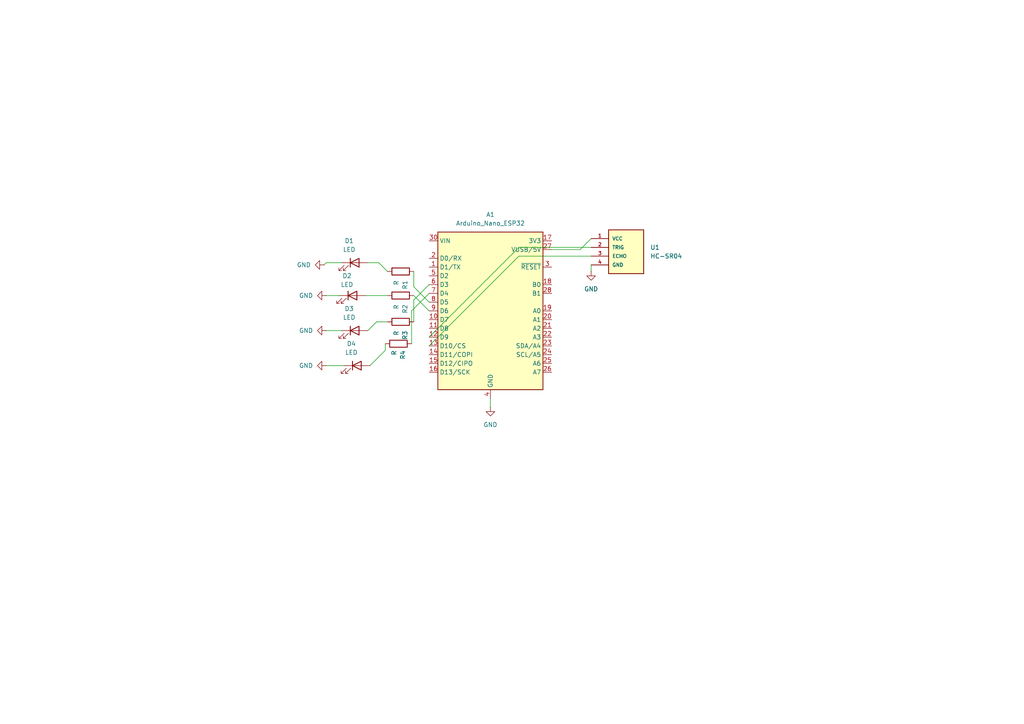
<source format=kicad_sch>
(kicad_sch
	(version 20250114)
	(generator "eeschema")
	(generator_version "9.0")
	(uuid "9af4fc1a-2024-4f12-b74a-806b287ed1c2")
	(paper "A4")
	(lib_symbols
		(symbol "0.91 OLED:HC-SR04"
			(pin_names
				(offset 1.016)
			)
			(exclude_from_sim no)
			(in_bom yes)
			(on_board yes)
			(property "Reference" "U"
				(at 0 5.0813 0)
				(effects
					(font
						(size 1.27 1.27)
					)
					(justify left bottom)
				)
			)
			(property "Value" "HC-SR04"
				(at 0 -10.163 0)
				(effects
					(font
						(size 1.27 1.27)
					)
					(justify left bottom)
				)
			)
			(property "Footprint" ""
				(at 0 0 0)
				(effects
					(font
						(size 1.27 1.27)
					)
					(justify bottom)
					(hide yes)
				)
			)
			(property "Datasheet" ""
				(at 0 0 0)
				(effects
					(font
						(size 1.27 1.27)
					)
					(hide yes)
				)
			)
			(property "Description" ""
				(at 0 0 0)
				(effects
					(font
						(size 1.27 1.27)
					)
					(hide yes)
				)
			)
			(property "MF" ""
				(at 0 0 0)
				(effects
					(font
						(size 1.27 1.27)
					)
					(justify bottom)
					(hide yes)
				)
			)
			(property "Description_1" ""
				(at 0 0 0)
				(effects
					(font
						(size 1.27 1.27)
					)
					(justify bottom)
					(hide yes)
				)
			)
			(property "Package" "None"
				(at 0 0 0)
				(effects
					(font
						(size 1.27 1.27)
					)
					(justify bottom)
					(hide yes)
				)
			)
			(property "Price" "None"
				(at 0 0 0)
				(effects
					(font
						(size 1.27 1.27)
					)
					(justify bottom)
					(hide yes)
				)
			)
			(property "Check_prices" ""
				(at 0 0 0)
				(effects
					(font
						(size 1.27 1.27)
					)
					(justify bottom)
					(hide yes)
				)
			)
			(property "SnapEDA_Link" ""
				(at 0 0 0)
				(effects
					(font
						(size 1.27 1.27)
					)
					(justify bottom)
					(hide yes)
				)
			)
			(property "MP" "HC-SR04"
				(at 0 0 0)
				(effects
					(font
						(size 1.27 1.27)
					)
					(justify bottom)
					(hide yes)
				)
			)
			(property "Availability" ""
				(at 0 0 0)
				(effects
					(font
						(size 1.27 1.27)
					)
					(justify bottom)
					(hide yes)
				)
			)
			(property "MANUFACTURER" "Osepp"
				(at 0 0 0)
				(effects
					(font
						(size 1.27 1.27)
					)
					(justify bottom)
					(hide yes)
				)
			)
			(symbol "HC-SR04_0_0"
				(rectangle
					(start 0 5.08)
					(end 10.16 -7.62)
					(stroke
						(width 0.254)
						(type default)
					)
					(fill
						(type background)
					)
				)
				(pin power_in line
					(at -5.08 2.54 0)
					(length 5.08)
					(name "VCC"
						(effects
							(font
								(size 1.016 1.016)
							)
						)
					)
					(number "1"
						(effects
							(font
								(size 1.016 1.016)
							)
						)
					)
				)
				(pin bidirectional line
					(at -5.08 0 0)
					(length 5.08)
					(name "TRIG"
						(effects
							(font
								(size 1.016 1.016)
							)
						)
					)
					(number "2"
						(effects
							(font
								(size 1.016 1.016)
							)
						)
					)
				)
				(pin bidirectional line
					(at -5.08 -2.54 0)
					(length 5.08)
					(name "ECHO"
						(effects
							(font
								(size 1.016 1.016)
							)
						)
					)
					(number "3"
						(effects
							(font
								(size 1.016 1.016)
							)
						)
					)
				)
				(pin power_in line
					(at -5.08 -5.08 0)
					(length 5.08)
					(name "GND"
						(effects
							(font
								(size 1.016 1.016)
							)
						)
					)
					(number "4"
						(effects
							(font
								(size 1.016 1.016)
							)
						)
					)
				)
			)
			(embedded_fonts no)
		)
		(symbol "Device:LED"
			(pin_numbers
				(hide yes)
			)
			(pin_names
				(offset 1.016)
				(hide yes)
			)
			(exclude_from_sim no)
			(in_bom yes)
			(on_board yes)
			(property "Reference" "D"
				(at 0 2.54 0)
				(effects
					(font
						(size 1.27 1.27)
					)
				)
			)
			(property "Value" "LED"
				(at 0 -2.54 0)
				(effects
					(font
						(size 1.27 1.27)
					)
				)
			)
			(property "Footprint" ""
				(at 0 0 0)
				(effects
					(font
						(size 1.27 1.27)
					)
					(hide yes)
				)
			)
			(property "Datasheet" "~"
				(at 0 0 0)
				(effects
					(font
						(size 1.27 1.27)
					)
					(hide yes)
				)
			)
			(property "Description" "Light emitting diode"
				(at 0 0 0)
				(effects
					(font
						(size 1.27 1.27)
					)
					(hide yes)
				)
			)
			(property "Sim.Pins" "1=K 2=A"
				(at 0 0 0)
				(effects
					(font
						(size 1.27 1.27)
					)
					(hide yes)
				)
			)
			(property "ki_keywords" "LED diode"
				(at 0 0 0)
				(effects
					(font
						(size 1.27 1.27)
					)
					(hide yes)
				)
			)
			(property "ki_fp_filters" "LED* LED_SMD:* LED_THT:*"
				(at 0 0 0)
				(effects
					(font
						(size 1.27 1.27)
					)
					(hide yes)
				)
			)
			(symbol "LED_0_1"
				(polyline
					(pts
						(xy -3.048 -0.762) (xy -4.572 -2.286) (xy -3.81 -2.286) (xy -4.572 -2.286) (xy -4.572 -1.524)
					)
					(stroke
						(width 0)
						(type default)
					)
					(fill
						(type none)
					)
				)
				(polyline
					(pts
						(xy -1.778 -0.762) (xy -3.302 -2.286) (xy -2.54 -2.286) (xy -3.302 -2.286) (xy -3.302 -1.524)
					)
					(stroke
						(width 0)
						(type default)
					)
					(fill
						(type none)
					)
				)
				(polyline
					(pts
						(xy -1.27 0) (xy 1.27 0)
					)
					(stroke
						(width 0)
						(type default)
					)
					(fill
						(type none)
					)
				)
				(polyline
					(pts
						(xy -1.27 -1.27) (xy -1.27 1.27)
					)
					(stroke
						(width 0.254)
						(type default)
					)
					(fill
						(type none)
					)
				)
				(polyline
					(pts
						(xy 1.27 -1.27) (xy 1.27 1.27) (xy -1.27 0) (xy 1.27 -1.27)
					)
					(stroke
						(width 0.254)
						(type default)
					)
					(fill
						(type none)
					)
				)
			)
			(symbol "LED_1_1"
				(pin passive line
					(at -3.81 0 0)
					(length 2.54)
					(name "K"
						(effects
							(font
								(size 1.27 1.27)
							)
						)
					)
					(number "1"
						(effects
							(font
								(size 1.27 1.27)
							)
						)
					)
				)
				(pin passive line
					(at 3.81 0 180)
					(length 2.54)
					(name "A"
						(effects
							(font
								(size 1.27 1.27)
							)
						)
					)
					(number "2"
						(effects
							(font
								(size 1.27 1.27)
							)
						)
					)
				)
			)
			(embedded_fonts no)
		)
		(symbol "Device:R"
			(pin_numbers
				(hide yes)
			)
			(pin_names
				(offset 0)
			)
			(exclude_from_sim no)
			(in_bom yes)
			(on_board yes)
			(property "Reference" "R"
				(at 2.032 0 90)
				(effects
					(font
						(size 1.27 1.27)
					)
				)
			)
			(property "Value" "R"
				(at 0 0 90)
				(effects
					(font
						(size 1.27 1.27)
					)
				)
			)
			(property "Footprint" ""
				(at -1.778 0 90)
				(effects
					(font
						(size 1.27 1.27)
					)
					(hide yes)
				)
			)
			(property "Datasheet" "~"
				(at 0 0 0)
				(effects
					(font
						(size 1.27 1.27)
					)
					(hide yes)
				)
			)
			(property "Description" "Resistor"
				(at 0 0 0)
				(effects
					(font
						(size 1.27 1.27)
					)
					(hide yes)
				)
			)
			(property "ki_keywords" "R res resistor"
				(at 0 0 0)
				(effects
					(font
						(size 1.27 1.27)
					)
					(hide yes)
				)
			)
			(property "ki_fp_filters" "R_*"
				(at 0 0 0)
				(effects
					(font
						(size 1.27 1.27)
					)
					(hide yes)
				)
			)
			(symbol "R_0_1"
				(rectangle
					(start -1.016 -2.54)
					(end 1.016 2.54)
					(stroke
						(width 0.254)
						(type default)
					)
					(fill
						(type none)
					)
				)
			)
			(symbol "R_1_1"
				(pin passive line
					(at 0 3.81 270)
					(length 1.27)
					(name "~"
						(effects
							(font
								(size 1.27 1.27)
							)
						)
					)
					(number "1"
						(effects
							(font
								(size 1.27 1.27)
							)
						)
					)
				)
				(pin passive line
					(at 0 -3.81 90)
					(length 1.27)
					(name "~"
						(effects
							(font
								(size 1.27 1.27)
							)
						)
					)
					(number "2"
						(effects
							(font
								(size 1.27 1.27)
							)
						)
					)
				)
			)
			(embedded_fonts no)
		)
		(symbol "MCU_Module:Arduino_Nano_ESP32"
			(exclude_from_sim no)
			(in_bom yes)
			(on_board yes)
			(property "Reference" "A"
				(at -14.986 23.622 0)
				(effects
					(font
						(size 1.27 1.27)
					)
					(justify left bottom)
				)
			)
			(property "Value" "Arduino_Nano_ESP32"
				(at 3.81 -25.654 0)
				(effects
					(font
						(size 1.27 1.27)
					)
					(justify left top)
				)
			)
			(property "Footprint" "Module:Arduino_Nano"
				(at 13.716 -34.036 0)
				(effects
					(font
						(size 1.27 1.27)
						(italic yes)
					)
					(hide yes)
				)
			)
			(property "Datasheet" "https://docs.arduino.cc/resources/datasheets/ABX00083-datasheet.pdf"
				(at 39.116 -31.496 0)
				(effects
					(font
						(size 1.27 1.27)
					)
					(hide yes)
				)
			)
			(property "Description" "Arduino Nano board based on the ESP32-S3 with a dual-core 240 MHz processor, 384 kB ROM, 512 kB SRAM. Operates at 3.3V, with 5V USB-C® input and 6-21V VIN. Features Wi-Fi®, Bluetooth® LE, digital and analog pins, and supports SPI, I2C, UART, I2S, and CAN."
				(at 138.43 -28.956 0)
				(effects
					(font
						(size 1.27 1.27)
					)
					(hide yes)
				)
			)
			(property "ki_keywords" "Arduino Nano ESP32"
				(at 0 0 0)
				(effects
					(font
						(size 1.27 1.27)
					)
					(hide yes)
				)
			)
			(property "ki_fp_filters" "Arduino*Nano*"
				(at 0 0 0)
				(effects
					(font
						(size 1.27 1.27)
					)
					(hide yes)
				)
			)
			(symbol "Arduino_Nano_ESP32_0_1"
				(rectangle
					(start -15.24 22.86)
					(end 15.24 -22.86)
					(stroke
						(width 0.254)
						(type default)
					)
					(fill
						(type background)
					)
				)
			)
			(symbol "Arduino_Nano_ESP32_1_1"
				(pin power_in line
					(at -17.78 20.32 0)
					(length 2.54)
					(name "VIN"
						(effects
							(font
								(size 1.27 1.27)
							)
						)
					)
					(number "30"
						(effects
							(font
								(size 1.27 1.27)
							)
						)
					)
				)
				(pin bidirectional line
					(at -17.78 15.24 0)
					(length 2.54)
					(name "D0/RX"
						(effects
							(font
								(size 1.27 1.27)
							)
						)
					)
					(number "2"
						(effects
							(font
								(size 1.27 1.27)
							)
						)
					)
				)
				(pin bidirectional line
					(at -17.78 12.7 0)
					(length 2.54)
					(name "D1/TX"
						(effects
							(font
								(size 1.27 1.27)
							)
						)
					)
					(number "1"
						(effects
							(font
								(size 1.27 1.27)
							)
						)
					)
				)
				(pin bidirectional line
					(at -17.78 10.16 0)
					(length 2.54)
					(name "D2"
						(effects
							(font
								(size 1.27 1.27)
							)
						)
					)
					(number "5"
						(effects
							(font
								(size 1.27 1.27)
							)
						)
					)
				)
				(pin bidirectional line
					(at -17.78 7.62 0)
					(length 2.54)
					(name "D3"
						(effects
							(font
								(size 1.27 1.27)
							)
						)
					)
					(number "6"
						(effects
							(font
								(size 1.27 1.27)
							)
						)
					)
				)
				(pin bidirectional line
					(at -17.78 5.08 0)
					(length 2.54)
					(name "D4"
						(effects
							(font
								(size 1.27 1.27)
							)
						)
					)
					(number "7"
						(effects
							(font
								(size 1.27 1.27)
							)
						)
					)
				)
				(pin bidirectional line
					(at -17.78 2.54 0)
					(length 2.54)
					(name "D5"
						(effects
							(font
								(size 1.27 1.27)
							)
						)
					)
					(number "8"
						(effects
							(font
								(size 1.27 1.27)
							)
						)
					)
				)
				(pin bidirectional line
					(at -17.78 0 0)
					(length 2.54)
					(name "D6"
						(effects
							(font
								(size 1.27 1.27)
							)
						)
					)
					(number "9"
						(effects
							(font
								(size 1.27 1.27)
							)
						)
					)
				)
				(pin bidirectional line
					(at -17.78 -2.54 0)
					(length 2.54)
					(name "D7"
						(effects
							(font
								(size 1.27 1.27)
							)
						)
					)
					(number "10"
						(effects
							(font
								(size 1.27 1.27)
							)
						)
					)
				)
				(pin bidirectional line
					(at -17.78 -5.08 0)
					(length 2.54)
					(name "D8"
						(effects
							(font
								(size 1.27 1.27)
							)
						)
					)
					(number "11"
						(effects
							(font
								(size 1.27 1.27)
							)
						)
					)
				)
				(pin bidirectional line
					(at -17.78 -7.62 0)
					(length 2.54)
					(name "D9"
						(effects
							(font
								(size 1.27 1.27)
							)
						)
					)
					(number "12"
						(effects
							(font
								(size 1.27 1.27)
							)
						)
					)
				)
				(pin bidirectional line
					(at -17.78 -10.16 0)
					(length 2.54)
					(name "D10/CS"
						(effects
							(font
								(size 1.27 1.27)
							)
						)
					)
					(number "13"
						(effects
							(font
								(size 1.27 1.27)
							)
						)
					)
				)
				(pin bidirectional line
					(at -17.78 -12.7 0)
					(length 2.54)
					(name "D11/COPI"
						(effects
							(font
								(size 1.27 1.27)
							)
						)
					)
					(number "14"
						(effects
							(font
								(size 1.27 1.27)
							)
						)
					)
				)
				(pin bidirectional line
					(at -17.78 -15.24 0)
					(length 2.54)
					(name "D12/CIPO"
						(effects
							(font
								(size 1.27 1.27)
							)
						)
					)
					(number "15"
						(effects
							(font
								(size 1.27 1.27)
							)
						)
					)
				)
				(pin bidirectional line
					(at -17.78 -17.78 0)
					(length 2.54)
					(name "D13/SCK"
						(effects
							(font
								(size 1.27 1.27)
							)
						)
					)
					(number "16"
						(effects
							(font
								(size 1.27 1.27)
							)
						)
					)
				)
				(pin passive line
					(at 0 -25.4 90)
					(length 2.54)
					(hide yes)
					(name "GND"
						(effects
							(font
								(size 1.27 1.27)
							)
						)
					)
					(number "29"
						(effects
							(font
								(size 1.27 1.27)
							)
						)
					)
				)
				(pin power_in line
					(at 0 -25.4 90)
					(length 2.54)
					(name "GND"
						(effects
							(font
								(size 1.27 1.27)
							)
						)
					)
					(number "4"
						(effects
							(font
								(size 1.27 1.27)
							)
						)
					)
				)
				(pin power_out line
					(at 17.78 20.32 180)
					(length 2.54)
					(name "3V3"
						(effects
							(font
								(size 1.27 1.27)
							)
						)
					)
					(number "17"
						(effects
							(font
								(size 1.27 1.27)
							)
						)
					)
				)
				(pin power_out line
					(at 17.78 17.78 180)
					(length 2.54)
					(name "VUSB/5V"
						(effects
							(font
								(size 1.27 1.27)
							)
						)
					)
					(number "27"
						(effects
							(font
								(size 1.27 1.27)
							)
						)
					)
				)
				(pin input line
					(at 17.78 12.7 180)
					(length 2.54)
					(name "~{RESET}"
						(effects
							(font
								(size 1.27 1.27)
							)
						)
					)
					(number "3"
						(effects
							(font
								(size 1.27 1.27)
							)
						)
					)
				)
				(pin bidirectional line
					(at 17.78 7.62 180)
					(length 2.54)
					(name "B0"
						(effects
							(font
								(size 1.27 1.27)
							)
						)
					)
					(number "18"
						(effects
							(font
								(size 1.27 1.27)
							)
						)
					)
				)
				(pin bidirectional line
					(at 17.78 5.08 180)
					(length 2.54)
					(name "B1"
						(effects
							(font
								(size 1.27 1.27)
							)
						)
					)
					(number "28"
						(effects
							(font
								(size 1.27 1.27)
							)
						)
					)
				)
				(pin bidirectional line
					(at 17.78 0 180)
					(length 2.54)
					(name "A0"
						(effects
							(font
								(size 1.27 1.27)
							)
						)
					)
					(number "19"
						(effects
							(font
								(size 1.27 1.27)
							)
						)
					)
				)
				(pin bidirectional line
					(at 17.78 -2.54 180)
					(length 2.54)
					(name "A1"
						(effects
							(font
								(size 1.27 1.27)
							)
						)
					)
					(number "20"
						(effects
							(font
								(size 1.27 1.27)
							)
						)
					)
				)
				(pin bidirectional line
					(at 17.78 -5.08 180)
					(length 2.54)
					(name "A2"
						(effects
							(font
								(size 1.27 1.27)
							)
						)
					)
					(number "21"
						(effects
							(font
								(size 1.27 1.27)
							)
						)
					)
				)
				(pin bidirectional line
					(at 17.78 -7.62 180)
					(length 2.54)
					(name "A3"
						(effects
							(font
								(size 1.27 1.27)
							)
						)
					)
					(number "22"
						(effects
							(font
								(size 1.27 1.27)
							)
						)
					)
				)
				(pin bidirectional line
					(at 17.78 -10.16 180)
					(length 2.54)
					(name "SDA/A4"
						(effects
							(font
								(size 1.27 1.27)
							)
						)
					)
					(number "23"
						(effects
							(font
								(size 1.27 1.27)
							)
						)
					)
				)
				(pin bidirectional line
					(at 17.78 -12.7 180)
					(length 2.54)
					(name "SCL/A5"
						(effects
							(font
								(size 1.27 1.27)
							)
						)
					)
					(number "24"
						(effects
							(font
								(size 1.27 1.27)
							)
						)
					)
				)
				(pin bidirectional line
					(at 17.78 -15.24 180)
					(length 2.54)
					(name "A6"
						(effects
							(font
								(size 1.27 1.27)
							)
						)
					)
					(number "25"
						(effects
							(font
								(size 1.27 1.27)
							)
						)
					)
				)
				(pin bidirectional line
					(at 17.78 -17.78 180)
					(length 2.54)
					(name "A7"
						(effects
							(font
								(size 1.27 1.27)
							)
						)
					)
					(number "26"
						(effects
							(font
								(size 1.27 1.27)
							)
						)
					)
				)
			)
			(embedded_fonts no)
		)
		(symbol "power:GND"
			(power)
			(pin_numbers
				(hide yes)
			)
			(pin_names
				(offset 0)
				(hide yes)
			)
			(exclude_from_sim no)
			(in_bom yes)
			(on_board yes)
			(property "Reference" "#PWR"
				(at 0 -6.35 0)
				(effects
					(font
						(size 1.27 1.27)
					)
					(hide yes)
				)
			)
			(property "Value" "GND"
				(at 0 -3.81 0)
				(effects
					(font
						(size 1.27 1.27)
					)
				)
			)
			(property "Footprint" ""
				(at 0 0 0)
				(effects
					(font
						(size 1.27 1.27)
					)
					(hide yes)
				)
			)
			(property "Datasheet" ""
				(at 0 0 0)
				(effects
					(font
						(size 1.27 1.27)
					)
					(hide yes)
				)
			)
			(property "Description" "Power symbol creates a global label with name \"GND\" , ground"
				(at 0 0 0)
				(effects
					(font
						(size 1.27 1.27)
					)
					(hide yes)
				)
			)
			(property "ki_keywords" "global power"
				(at 0 0 0)
				(effects
					(font
						(size 1.27 1.27)
					)
					(hide yes)
				)
			)
			(symbol "GND_0_1"
				(polyline
					(pts
						(xy 0 0) (xy 0 -1.27) (xy 1.27 -1.27) (xy 0 -2.54) (xy -1.27 -1.27) (xy 0 -1.27)
					)
					(stroke
						(width 0)
						(type default)
					)
					(fill
						(type none)
					)
				)
			)
			(symbol "GND_1_1"
				(pin power_in line
					(at 0 0 270)
					(length 0)
					(name "~"
						(effects
							(font
								(size 1.27 1.27)
							)
						)
					)
					(number "1"
						(effects
							(font
								(size 1.27 1.27)
							)
						)
					)
				)
			)
			(embedded_fonts no)
		)
	)
	(wire
		(pts
			(xy 150.495 74.295) (xy 124.46 100.33)
		)
		(stroke
			(width 0)
			(type default)
		)
		(uuid "03cfa808-1405-4826-99b6-45dd24435fac")
	)
	(wire
		(pts
			(xy 120.015 78.74) (xy 120.015 83.185)
		)
		(stroke
			(width 0)
			(type default)
		)
		(uuid "089fcd8e-75f8-47cc-af69-da984bccf4c0")
	)
	(wire
		(pts
			(xy 106.68 76.2) (xy 109.855 76.2)
		)
		(stroke
			(width 0)
			(type default)
		)
		(uuid "09d50ebd-0b29-4df8-8dd3-873694026804")
	)
	(wire
		(pts
			(xy 120.015 86.995) (xy 124.46 82.55)
		)
		(stroke
			(width 0)
			(type default)
		)
		(uuid "1432f583-d5c4-4aab-8731-c57d9307dc8c")
	)
	(wire
		(pts
			(xy 120.015 93.345) (xy 120.015 86.995)
		)
		(stroke
			(width 0)
			(type default)
		)
		(uuid "2541d8e4-384e-447f-a1c4-d8c26f72f0ea")
	)
	(wire
		(pts
			(xy 99.06 76.2) (xy 94.615 76.2)
		)
		(stroke
			(width 0)
			(type default)
		)
		(uuid "275a925c-0819-4099-863b-1a2fe53649fc")
	)
	(wire
		(pts
			(xy 119.38 99.695) (xy 119.38 90.17)
		)
		(stroke
			(width 0)
			(type default)
		)
		(uuid "2c8c7d6c-ea2b-4747-be6d-02542cdb3650")
	)
	(wire
		(pts
			(xy 168.275 72.39) (xy 171.45 69.215)
		)
		(stroke
			(width 0)
			(type default)
		)
		(uuid "3b5f4bdf-9f2a-469f-b1f8-f96d14733e97")
	)
	(wire
		(pts
			(xy 171.45 74.295) (xy 150.495 74.295)
		)
		(stroke
			(width 0)
			(type default)
		)
		(uuid "73152e4f-dd24-4c7c-82bc-b124ecc6209d")
	)
	(wire
		(pts
			(xy 106.045 85.725) (xy 112.395 85.725)
		)
		(stroke
			(width 0)
			(type default)
		)
		(uuid "737ab642-7f22-44d0-8b97-3f5e0e476f86")
	)
	(wire
		(pts
			(xy 119.38 90.17) (xy 124.46 85.09)
		)
		(stroke
			(width 0)
			(type default)
		)
		(uuid "7a19ee49-5fae-4103-a934-950e040ee1b4")
	)
	(wire
		(pts
			(xy 94.615 106.045) (xy 99.695 106.045)
		)
		(stroke
			(width 0)
			(type default)
		)
		(uuid "88fe79ea-4af2-46ba-a5d2-57e4076a6e4a")
	)
	(wire
		(pts
			(xy 111.76 101.6) (xy 107.315 106.045)
		)
		(stroke
			(width 0)
			(type default)
		)
		(uuid "89b4ce8e-c5e7-4955-8fbc-69a1d52f3910")
	)
	(wire
		(pts
			(xy 150.495 71.755) (xy 124.46 97.79)
		)
		(stroke
			(width 0)
			(type default)
		)
		(uuid "91109805-3f10-4b09-bf0e-a0432cd24865")
	)
	(wire
		(pts
			(xy 142.24 115.57) (xy 142.24 118.11)
		)
		(stroke
			(width 0)
			(type default)
		)
		(uuid "929ed80a-b613-4e4e-bbcc-31e6ee70ef9a")
	)
	(wire
		(pts
			(xy 160.02 72.39) (xy 168.275 72.39)
		)
		(stroke
			(width 0)
			(type default)
		)
		(uuid "a4ec6026-5ebc-4fa9-998c-141660a37d50")
	)
	(wire
		(pts
			(xy 109.855 76.2) (xy 112.395 78.74)
		)
		(stroke
			(width 0)
			(type default)
		)
		(uuid "a6f37e3b-1f8c-4224-8b6e-38d677e4992c")
	)
	(wire
		(pts
			(xy 120.015 85.725) (xy 124.46 90.17)
		)
		(stroke
			(width 0)
			(type default)
		)
		(uuid "b32d33d3-96c9-4201-97dd-b6cf8ceba13d")
	)
	(wire
		(pts
			(xy 171.45 71.755) (xy 150.495 71.755)
		)
		(stroke
			(width 0)
			(type default)
		)
		(uuid "b71cc0ad-e7ee-4ad6-b4e4-f8d0a5945710")
	)
	(wire
		(pts
			(xy 120.015 83.185) (xy 124.46 87.63)
		)
		(stroke
			(width 0)
			(type default)
		)
		(uuid "bf009b11-7132-4edd-80d0-4686f05f9b0a")
	)
	(wire
		(pts
			(xy 94.615 95.885) (xy 99.06 95.885)
		)
		(stroke
			(width 0)
			(type default)
		)
		(uuid "bf45e56a-4092-4f35-87d7-fc3a01358ae5")
	)
	(wire
		(pts
			(xy 94.615 76.2) (xy 93.98 76.835)
		)
		(stroke
			(width 0)
			(type default)
		)
		(uuid "ca9821ff-f4b0-4486-8e7b-1754581cd63e")
	)
	(wire
		(pts
			(xy 171.45 76.835) (xy 171.45 78.74)
		)
		(stroke
			(width 0)
			(type default)
		)
		(uuid "d083c805-5113-4cfb-9201-b2294023f1dc")
	)
	(wire
		(pts
			(xy 109.22 93.345) (xy 106.68 95.885)
		)
		(stroke
			(width 0)
			(type default)
		)
		(uuid "e8b05bf9-373c-48e0-98a1-13027a7c82e2")
	)
	(wire
		(pts
			(xy 111.76 99.695) (xy 111.76 101.6)
		)
		(stroke
			(width 0)
			(type default)
		)
		(uuid "f07561ad-4d94-43a8-b7c3-86e6d0b9da14")
	)
	(wire
		(pts
			(xy 112.395 93.345) (xy 109.22 93.345)
		)
		(stroke
			(width 0)
			(type default)
		)
		(uuid "f879de35-ffc2-4321-ba1f-af734c9120f3")
	)
	(wire
		(pts
			(xy 94.615 85.725) (xy 98.425 85.725)
		)
		(stroke
			(width 0)
			(type default)
		)
		(uuid "fbf12431-d29f-432b-b0be-71e501de1620")
	)
	(symbol
		(lib_id "Device:R")
		(at 116.205 78.74 270)
		(unit 1)
		(exclude_from_sim no)
		(in_bom yes)
		(on_board yes)
		(dnp no)
		(fields_autoplaced yes)
		(uuid "19659c03-1dae-484a-8577-8e4686b40116")
		(property "Reference" "R1"
			(at 117.4751 81.28 0)
			(effects
				(font
					(size 1.27 1.27)
				)
				(justify left)
			)
		)
		(property "Value" "R"
			(at 114.9351 81.28 0)
			(effects
				(font
					(size 1.27 1.27)
				)
				(justify left)
			)
		)
		(property "Footprint" "Resistor_THT:R_Axial_DIN0207_L6.3mm_D2.5mm_P10.16mm_Horizontal"
			(at 116.205 76.962 90)
			(effects
				(font
					(size 1.27 1.27)
				)
				(hide yes)
			)
		)
		(property "Datasheet" "~"
			(at 116.205 78.74 0)
			(effects
				(font
					(size 1.27 1.27)
				)
				(hide yes)
			)
		)
		(property "Description" "Resistor"
			(at 116.205 78.74 0)
			(effects
				(font
					(size 1.27 1.27)
				)
				(hide yes)
			)
		)
		(pin "1"
			(uuid "7a1e9186-c48e-4a7f-a6a7-e4387e1531e6")
		)
		(pin "2"
			(uuid "f2ab57c6-2a8f-4346-963a-4b54ff3b300d")
		)
		(instances
			(project ""
				(path "/9af4fc1a-2024-4f12-b74a-806b287ed1c2"
					(reference "R1")
					(unit 1)
				)
			)
		)
	)
	(symbol
		(lib_id "Device:LED")
		(at 102.87 95.885 0)
		(unit 1)
		(exclude_from_sim no)
		(in_bom yes)
		(on_board yes)
		(dnp no)
		(fields_autoplaced yes)
		(uuid "32881c20-f1ff-45a9-b0ad-429e7adbc768")
		(property "Reference" "D3"
			(at 101.2825 89.535 0)
			(effects
				(font
					(size 1.27 1.27)
				)
			)
		)
		(property "Value" "LED"
			(at 101.2825 92.075 0)
			(effects
				(font
					(size 1.27 1.27)
				)
			)
		)
		(property "Footprint" "LED_THT:LED_D5.0mm_IRBlack"
			(at 102.87 95.885 0)
			(effects
				(font
					(size 1.27 1.27)
				)
				(hide yes)
			)
		)
		(property "Datasheet" "~"
			(at 102.87 95.885 0)
			(effects
				(font
					(size 1.27 1.27)
				)
				(hide yes)
			)
		)
		(property "Description" "Light emitting diode"
			(at 102.87 95.885 0)
			(effects
				(font
					(size 1.27 1.27)
				)
				(hide yes)
			)
		)
		(property "Sim.Pins" "1=K 2=A"
			(at 102.87 95.885 0)
			(effects
				(font
					(size 1.27 1.27)
				)
				(hide yes)
			)
		)
		(pin "1"
			(uuid "cb3384cd-b093-40c6-a63a-0a9c077d114d")
		)
		(pin "2"
			(uuid "c721e244-c14a-44f5-a04f-f8ed61044650")
		)
		(instances
			(project "Robo guy"
				(path "/9af4fc1a-2024-4f12-b74a-806b287ed1c2"
					(reference "D3")
					(unit 1)
				)
			)
		)
	)
	(symbol
		(lib_id "Device:R")
		(at 115.57 99.695 270)
		(unit 1)
		(exclude_from_sim no)
		(in_bom yes)
		(on_board yes)
		(dnp no)
		(fields_autoplaced yes)
		(uuid "3b01e960-745f-419f-a6e3-50065f9c6316")
		(property "Reference" "R4"
			(at 116.8401 101.6 0)
			(effects
				(font
					(size 1.27 1.27)
				)
				(justify left)
			)
		)
		(property "Value" "R"
			(at 114.3001 101.6 0)
			(effects
				(font
					(size 1.27 1.27)
				)
				(justify left)
			)
		)
		(property "Footprint" "Resistor_THT:R_Axial_DIN0207_L6.3mm_D2.5mm_P10.16mm_Horizontal"
			(at 115.57 97.917 90)
			(effects
				(font
					(size 1.27 1.27)
				)
				(hide yes)
			)
		)
		(property "Datasheet" "~"
			(at 115.57 99.695 0)
			(effects
				(font
					(size 1.27 1.27)
				)
				(hide yes)
			)
		)
		(property "Description" "Resistor"
			(at 115.57 99.695 0)
			(effects
				(font
					(size 1.27 1.27)
				)
				(hide yes)
			)
		)
		(pin "1"
			(uuid "430ccc8a-245d-43b1-a3d7-7d0cb8187a67")
		)
		(pin "2"
			(uuid "104ec9f3-7586-4b8a-a590-39d638f446fd")
		)
		(instances
			(project "Robo guy"
				(path "/9af4fc1a-2024-4f12-b74a-806b287ed1c2"
					(reference "R4")
					(unit 1)
				)
			)
		)
	)
	(symbol
		(lib_id "power:GND")
		(at 93.98 76.835 270)
		(unit 1)
		(exclude_from_sim no)
		(in_bom yes)
		(on_board yes)
		(dnp no)
		(fields_autoplaced yes)
		(uuid "4a89b3c6-d58a-4aa7-9a70-fa85647d8994")
		(property "Reference" "#PWR03"
			(at 87.63 76.835 0)
			(effects
				(font
					(size 1.27 1.27)
				)
				(hide yes)
			)
		)
		(property "Value" "GND"
			(at 90.17 76.8349 90)
			(effects
				(font
					(size 1.27 1.27)
				)
				(justify right)
			)
		)
		(property "Footprint" ""
			(at 93.98 76.835 0)
			(effects
				(font
					(size 1.27 1.27)
				)
				(hide yes)
			)
		)
		(property "Datasheet" ""
			(at 93.98 76.835 0)
			(effects
				(font
					(size 1.27 1.27)
				)
				(hide yes)
			)
		)
		(property "Description" "Power symbol creates a global label with name \"GND\" , ground"
			(at 93.98 76.835 0)
			(effects
				(font
					(size 1.27 1.27)
				)
				(hide yes)
			)
		)
		(pin "1"
			(uuid "4ac0374c-8f64-4d96-b3c5-06abf36c8d50")
		)
		(instances
			(project ""
				(path "/9af4fc1a-2024-4f12-b74a-806b287ed1c2"
					(reference "#PWR03")
					(unit 1)
				)
			)
		)
	)
	(symbol
		(lib_id "power:GND")
		(at 171.45 78.74 0)
		(unit 1)
		(exclude_from_sim no)
		(in_bom yes)
		(on_board yes)
		(dnp no)
		(fields_autoplaced yes)
		(uuid "4ab6b8b5-181a-4c3b-ba87-61d95788fe15")
		(property "Reference" "#PWR02"
			(at 171.45 85.09 0)
			(effects
				(font
					(size 1.27 1.27)
				)
				(hide yes)
			)
		)
		(property "Value" "GND"
			(at 171.45 83.82 0)
			(effects
				(font
					(size 1.27 1.27)
				)
			)
		)
		(property "Footprint" ""
			(at 171.45 78.74 0)
			(effects
				(font
					(size 1.27 1.27)
				)
				(hide yes)
			)
		)
		(property "Datasheet" ""
			(at 171.45 78.74 0)
			(effects
				(font
					(size 1.27 1.27)
				)
				(hide yes)
			)
		)
		(property "Description" "Power symbol creates a global label with name \"GND\" , ground"
			(at 171.45 78.74 0)
			(effects
				(font
					(size 1.27 1.27)
				)
				(hide yes)
			)
		)
		(pin "1"
			(uuid "631d4dea-eb0d-46b3-9cd0-7d816e0a785f")
		)
		(instances
			(project ""
				(path "/9af4fc1a-2024-4f12-b74a-806b287ed1c2"
					(reference "#PWR02")
					(unit 1)
				)
			)
		)
	)
	(symbol
		(lib_id "Device:LED")
		(at 102.235 85.725 0)
		(unit 1)
		(exclude_from_sim no)
		(in_bom yes)
		(on_board yes)
		(dnp no)
		(fields_autoplaced yes)
		(uuid "665dd632-3b0e-4321-bcd6-587203c20e6a")
		(property "Reference" "D2"
			(at 100.6475 80.01 0)
			(effects
				(font
					(size 1.27 1.27)
				)
			)
		)
		(property "Value" "LED"
			(at 100.6475 82.55 0)
			(effects
				(font
					(size 1.27 1.27)
				)
			)
		)
		(property "Footprint" "LED_THT:LED_D5.0mm_IRBlack"
			(at 102.235 85.725 0)
			(effects
				(font
					(size 1.27 1.27)
				)
				(hide yes)
			)
		)
		(property "Datasheet" "~"
			(at 102.235 85.725 0)
			(effects
				(font
					(size 1.27 1.27)
				)
				(hide yes)
			)
		)
		(property "Description" "Light emitting diode"
			(at 102.235 85.725 0)
			(effects
				(font
					(size 1.27 1.27)
				)
				(hide yes)
			)
		)
		(property "Sim.Pins" "1=K 2=A"
			(at 102.235 85.725 0)
			(effects
				(font
					(size 1.27 1.27)
				)
				(hide yes)
			)
		)
		(pin "1"
			(uuid "35587fe0-6b05-4539-80b7-8404a772c8e7")
		)
		(pin "2"
			(uuid "16de79f3-76e2-4494-b633-6f7bb72d5323")
		)
		(instances
			(project "Robo guy"
				(path "/9af4fc1a-2024-4f12-b74a-806b287ed1c2"
					(reference "D2")
					(unit 1)
				)
			)
		)
	)
	(symbol
		(lib_id "Device:LED")
		(at 103.505 106.045 0)
		(unit 1)
		(exclude_from_sim no)
		(in_bom yes)
		(on_board yes)
		(dnp no)
		(fields_autoplaced yes)
		(uuid "80797da6-b492-49f1-80c1-4efb275cf366")
		(property "Reference" "D4"
			(at 101.9175 99.695 0)
			(effects
				(font
					(size 1.27 1.27)
				)
			)
		)
		(property "Value" "LED"
			(at 101.9175 102.235 0)
			(effects
				(font
					(size 1.27 1.27)
				)
			)
		)
		(property "Footprint" "LED_THT:LED_D5.0mm_IRBlack"
			(at 103.505 106.045 0)
			(effects
				(font
					(size 1.27 1.27)
				)
				(hide yes)
			)
		)
		(property "Datasheet" "~"
			(at 103.505 106.045 0)
			(effects
				(font
					(size 1.27 1.27)
				)
				(hide yes)
			)
		)
		(property "Description" "Light emitting diode"
			(at 103.505 106.045 0)
			(effects
				(font
					(size 1.27 1.27)
				)
				(hide yes)
			)
		)
		(property "Sim.Pins" "1=K 2=A"
			(at 103.505 106.045 0)
			(effects
				(font
					(size 1.27 1.27)
				)
				(hide yes)
			)
		)
		(pin "1"
			(uuid "6aa6c709-4055-42be-83f1-cea242b7efb3")
		)
		(pin "2"
			(uuid "8b3cd68f-4b56-49e7-9184-08ac213a9fbd")
		)
		(instances
			(project "Robo guy"
				(path "/9af4fc1a-2024-4f12-b74a-806b287ed1c2"
					(reference "D4")
					(unit 1)
				)
			)
		)
	)
	(symbol
		(lib_id "power:GND")
		(at 94.615 106.045 270)
		(unit 1)
		(exclude_from_sim no)
		(in_bom yes)
		(on_board yes)
		(dnp no)
		(fields_autoplaced yes)
		(uuid "a5ed5974-bb3c-44e9-b029-fc1ffdddfa11")
		(property "Reference" "#PWR06"
			(at 88.265 106.045 0)
			(effects
				(font
					(size 1.27 1.27)
				)
				(hide yes)
			)
		)
		(property "Value" "GND"
			(at 90.805 106.0449 90)
			(effects
				(font
					(size 1.27 1.27)
				)
				(justify right)
			)
		)
		(property "Footprint" ""
			(at 94.615 106.045 0)
			(effects
				(font
					(size 1.27 1.27)
				)
				(hide yes)
			)
		)
		(property "Datasheet" ""
			(at 94.615 106.045 0)
			(effects
				(font
					(size 1.27 1.27)
				)
				(hide yes)
			)
		)
		(property "Description" "Power symbol creates a global label with name \"GND\" , ground"
			(at 94.615 106.045 0)
			(effects
				(font
					(size 1.27 1.27)
				)
				(hide yes)
			)
		)
		(pin "1"
			(uuid "a10a28ec-6161-4a50-820d-8ef41639c832")
		)
		(instances
			(project "Robo guy"
				(path "/9af4fc1a-2024-4f12-b74a-806b287ed1c2"
					(reference "#PWR06")
					(unit 1)
				)
			)
		)
	)
	(symbol
		(lib_id "0.91 OLED:HC-SR04")
		(at 176.53 71.755 0)
		(unit 1)
		(exclude_from_sim no)
		(in_bom yes)
		(on_board yes)
		(dnp no)
		(fields_autoplaced yes)
		(uuid "abf49e17-7054-4d0a-a2c3-46467efc6e8c")
		(property "Reference" "U1"
			(at 188.595 71.7549 0)
			(effects
				(font
					(size 1.27 1.27)
				)
				(justify left)
			)
		)
		(property "Value" "HC-SR04"
			(at 188.595 74.2949 0)
			(effects
				(font
					(size 1.27 1.27)
				)
				(justify left)
			)
		)
		(property "Footprint" "ultrasound sensor:XCVR_HC-SR04"
			(at 176.53 71.755 0)
			(effects
				(font
					(size 1.27 1.27)
				)
				(justify bottom)
				(hide yes)
			)
		)
		(property "Datasheet" ""
			(at 176.53 71.755 0)
			(effects
				(font
					(size 1.27 1.27)
				)
				(hide yes)
			)
		)
		(property "Description" ""
			(at 176.53 71.755 0)
			(effects
				(font
					(size 1.27 1.27)
				)
				(hide yes)
			)
		)
		(property "MF" ""
			(at 176.53 71.755 0)
			(effects
				(font
					(size 1.27 1.27)
				)
				(justify bottom)
				(hide yes)
			)
		)
		(property "Description_1" ""
			(at 176.53 71.755 0)
			(effects
				(font
					(size 1.27 1.27)
				)
				(justify bottom)
				(hide yes)
			)
		)
		(property "Package" "None"
			(at 176.53 71.755 0)
			(effects
				(font
					(size 1.27 1.27)
				)
				(justify bottom)
				(hide yes)
			)
		)
		(property "Price" "None"
			(at 176.53 71.755 0)
			(effects
				(font
					(size 1.27 1.27)
				)
				(justify bottom)
				(hide yes)
			)
		)
		(property "Check_prices" ""
			(at 176.53 71.755 0)
			(effects
				(font
					(size 1.27 1.27)
				)
				(justify bottom)
				(hide yes)
			)
		)
		(property "SnapEDA_Link" ""
			(at 176.53 71.755 0)
			(effects
				(font
					(size 1.27 1.27)
				)
				(justify bottom)
				(hide yes)
			)
		)
		(property "MP" "HC-SR04"
			(at 176.53 71.755 0)
			(effects
				(font
					(size 1.27 1.27)
				)
				(justify bottom)
				(hide yes)
			)
		)
		(property "Availability" ""
			(at 176.53 71.755 0)
			(effects
				(font
					(size 1.27 1.27)
				)
				(justify bottom)
				(hide yes)
			)
		)
		(property "MANUFACTURER" "Osepp"
			(at 176.53 71.755 0)
			(effects
				(font
					(size 1.27 1.27)
				)
				(justify bottom)
				(hide yes)
			)
		)
		(pin "3"
			(uuid "3ba723c9-5213-42a3-bab2-cdca040053e0")
		)
		(pin "2"
			(uuid "65c5e62a-7f93-469b-8d3f-f73d2f007419")
		)
		(pin "4"
			(uuid "148983b7-8ca2-462d-b3e4-c8fcb81318fe")
		)
		(pin "1"
			(uuid "b3d17198-2aee-4fa5-82fa-15fafd8c88b4")
		)
		(instances
			(project ""
				(path "/9af4fc1a-2024-4f12-b74a-806b287ed1c2"
					(reference "U1")
					(unit 1)
				)
			)
		)
	)
	(symbol
		(lib_id "Device:LED")
		(at 102.87 76.2 0)
		(unit 1)
		(exclude_from_sim no)
		(in_bom yes)
		(on_board yes)
		(dnp no)
		(fields_autoplaced yes)
		(uuid "b245b0a9-75f0-4b59-9089-d19729e7154a")
		(property "Reference" "D1"
			(at 101.2825 69.85 0)
			(effects
				(font
					(size 1.27 1.27)
				)
			)
		)
		(property "Value" "LED"
			(at 101.2825 72.39 0)
			(effects
				(font
					(size 1.27 1.27)
				)
			)
		)
		(property "Footprint" "LED_THT:LED_D5.0mm_IRBlack"
			(at 102.87 76.2 0)
			(effects
				(font
					(size 1.27 1.27)
				)
				(hide yes)
			)
		)
		(property "Datasheet" "~"
			(at 102.87 76.2 0)
			(effects
				(font
					(size 1.27 1.27)
				)
				(hide yes)
			)
		)
		(property "Description" "Light emitting diode"
			(at 102.87 76.2 0)
			(effects
				(font
					(size 1.27 1.27)
				)
				(hide yes)
			)
		)
		(property "Sim.Pins" "1=K 2=A"
			(at 102.87 76.2 0)
			(effects
				(font
					(size 1.27 1.27)
				)
				(hide yes)
			)
		)
		(pin "1"
			(uuid "0c8380cd-afbb-4fb6-8c3f-87dcf461806d")
		)
		(pin "2"
			(uuid "ec3e5de6-f729-4502-9b35-1525c2ad5656")
		)
		(instances
			(project ""
				(path "/9af4fc1a-2024-4f12-b74a-806b287ed1c2"
					(reference "D1")
					(unit 1)
				)
			)
		)
	)
	(symbol
		(lib_id "Device:R")
		(at 116.205 85.725 270)
		(unit 1)
		(exclude_from_sim no)
		(in_bom yes)
		(on_board yes)
		(dnp no)
		(fields_autoplaced yes)
		(uuid "b7c18df5-f0c3-433d-920f-bb2f7f6bb277")
		(property "Reference" "R2"
			(at 117.4751 88.265 0)
			(effects
				(font
					(size 1.27 1.27)
				)
				(justify left)
			)
		)
		(property "Value" "R"
			(at 114.9351 88.265 0)
			(effects
				(font
					(size 1.27 1.27)
				)
				(justify left)
			)
		)
		(property "Footprint" "Resistor_THT:R_Axial_DIN0207_L6.3mm_D2.5mm_P10.16mm_Horizontal"
			(at 116.205 83.947 90)
			(effects
				(font
					(size 1.27 1.27)
				)
				(hide yes)
			)
		)
		(property "Datasheet" "~"
			(at 116.205 85.725 0)
			(effects
				(font
					(size 1.27 1.27)
				)
				(hide yes)
			)
		)
		(property "Description" "Resistor"
			(at 116.205 85.725 0)
			(effects
				(font
					(size 1.27 1.27)
				)
				(hide yes)
			)
		)
		(pin "1"
			(uuid "87014f0a-e93d-407c-a734-26c758c5009c")
		)
		(pin "2"
			(uuid "732cb670-ea21-4372-b3a6-027a130c351f")
		)
		(instances
			(project "Robo guy"
				(path "/9af4fc1a-2024-4f12-b74a-806b287ed1c2"
					(reference "R2")
					(unit 1)
				)
			)
		)
	)
	(symbol
		(lib_id "Device:R")
		(at 116.205 93.345 270)
		(unit 1)
		(exclude_from_sim no)
		(in_bom yes)
		(on_board yes)
		(dnp no)
		(fields_autoplaced yes)
		(uuid "bede83dc-4476-4015-8fc6-07622b102a34")
		(property "Reference" "R3"
			(at 117.4751 95.885 0)
			(effects
				(font
					(size 1.27 1.27)
				)
				(justify left)
			)
		)
		(property "Value" "R"
			(at 114.9351 95.885 0)
			(effects
				(font
					(size 1.27 1.27)
				)
				(justify left)
			)
		)
		(property "Footprint" "Resistor_THT:R_Axial_DIN0207_L6.3mm_D2.5mm_P10.16mm_Horizontal"
			(at 116.205 91.567 90)
			(effects
				(font
					(size 1.27 1.27)
				)
				(hide yes)
			)
		)
		(property "Datasheet" "~"
			(at 116.205 93.345 0)
			(effects
				(font
					(size 1.27 1.27)
				)
				(hide yes)
			)
		)
		(property "Description" "Resistor"
			(at 116.205 93.345 0)
			(effects
				(font
					(size 1.27 1.27)
				)
				(hide yes)
			)
		)
		(pin "1"
			(uuid "7b546d54-60b6-4240-906d-9ae8011e2cbf")
		)
		(pin "2"
			(uuid "0e3427ba-1af1-43cf-8a49-381031720485")
		)
		(instances
			(project "Robo guy"
				(path "/9af4fc1a-2024-4f12-b74a-806b287ed1c2"
					(reference "R3")
					(unit 1)
				)
			)
		)
	)
	(symbol
		(lib_id "power:GND")
		(at 94.615 95.885 270)
		(unit 1)
		(exclude_from_sim no)
		(in_bom yes)
		(on_board yes)
		(dnp no)
		(fields_autoplaced yes)
		(uuid "ca77fe7e-c73f-4152-97ee-7b3c4d3a6b8e")
		(property "Reference" "#PWR05"
			(at 88.265 95.885 0)
			(effects
				(font
					(size 1.27 1.27)
				)
				(hide yes)
			)
		)
		(property "Value" "GND"
			(at 90.805 95.8849 90)
			(effects
				(font
					(size 1.27 1.27)
				)
				(justify right)
			)
		)
		(property "Footprint" ""
			(at 94.615 95.885 0)
			(effects
				(font
					(size 1.27 1.27)
				)
				(hide yes)
			)
		)
		(property "Datasheet" ""
			(at 94.615 95.885 0)
			(effects
				(font
					(size 1.27 1.27)
				)
				(hide yes)
			)
		)
		(property "Description" "Power symbol creates a global label with name \"GND\" , ground"
			(at 94.615 95.885 0)
			(effects
				(font
					(size 1.27 1.27)
				)
				(hide yes)
			)
		)
		(pin "1"
			(uuid "e5f99971-af77-432e-aa6b-de3532c4f999")
		)
		(instances
			(project "Robo guy"
				(path "/9af4fc1a-2024-4f12-b74a-806b287ed1c2"
					(reference "#PWR05")
					(unit 1)
				)
			)
		)
	)
	(symbol
		(lib_id "power:GND")
		(at 142.24 118.11 0)
		(unit 1)
		(exclude_from_sim no)
		(in_bom yes)
		(on_board yes)
		(dnp no)
		(fields_autoplaced yes)
		(uuid "e5cd0efa-3ed8-4b1d-9d4d-06f3b91e6604")
		(property "Reference" "#PWR01"
			(at 142.24 124.46 0)
			(effects
				(font
					(size 1.27 1.27)
				)
				(hide yes)
			)
		)
		(property "Value" "GND"
			(at 142.24 123.19 0)
			(effects
				(font
					(size 1.27 1.27)
				)
			)
		)
		(property "Footprint" ""
			(at 142.24 118.11 0)
			(effects
				(font
					(size 1.27 1.27)
				)
				(hide yes)
			)
		)
		(property "Datasheet" ""
			(at 142.24 118.11 0)
			(effects
				(font
					(size 1.27 1.27)
				)
				(hide yes)
			)
		)
		(property "Description" "Power symbol creates a global label with name \"GND\" , ground"
			(at 142.24 118.11 0)
			(effects
				(font
					(size 1.27 1.27)
				)
				(hide yes)
			)
		)
		(pin "1"
			(uuid "35e06210-b487-4702-8d58-4a92af092052")
		)
		(instances
			(project ""
				(path "/9af4fc1a-2024-4f12-b74a-806b287ed1c2"
					(reference "#PWR01")
					(unit 1)
				)
			)
		)
	)
	(symbol
		(lib_id "MCU_Module:Arduino_Nano_ESP32")
		(at 142.24 90.17 0)
		(unit 1)
		(exclude_from_sim no)
		(in_bom yes)
		(on_board yes)
		(dnp no)
		(fields_autoplaced yes)
		(uuid "f0fb8130-56f5-4232-a952-6d5055a2e9f6")
		(property "Reference" "A1"
			(at 142.24 62.23 0)
			(effects
				(font
					(size 1.27 1.27)
				)
			)
		)
		(property "Value" "Arduino_Nano_ESP32"
			(at 142.24 64.77 0)
			(effects
				(font
					(size 1.27 1.27)
				)
			)
		)
		(property "Footprint" "Module:Arduino_Nano"
			(at 155.956 124.206 0)
			(effects
				(font
					(size 1.27 1.27)
					(italic yes)
				)
				(hide yes)
			)
		)
		(property "Datasheet" "https://docs.arduino.cc/resources/datasheets/ABX00083-datasheet.pdf"
			(at 181.356 121.666 0)
			(effects
				(font
					(size 1.27 1.27)
				)
				(hide yes)
			)
		)
		(property "Description" "Arduino Nano board based on the ESP32-S3 with a dual-core 240 MHz processor, 384 kB ROM, 512 kB SRAM. Operates at 3.3V, with 5V USB-C® input and 6-21V VIN. Features Wi-Fi®, Bluetooth® LE, digital and analog pins, and supports SPI, I2C, UART, I2S, and CAN."
			(at 280.67 119.126 0)
			(effects
				(font
					(size 1.27 1.27)
				)
				(hide yes)
			)
		)
		(pin "25"
			(uuid "4f00c715-e14c-4e7a-9bf9-cb42472c5054")
		)
		(pin "24"
			(uuid "e35e756a-24c1-4852-827c-7e30be65f716")
		)
		(pin "20"
			(uuid "7dc542b9-6162-4c87-9314-4f74632eb21c")
		)
		(pin "21"
			(uuid "ca783fdf-1666-48b1-a048-aa3bb1939538")
		)
		(pin "28"
			(uuid "8c88add9-c4c5-454a-8102-06f43161cd5f")
		)
		(pin "22"
			(uuid "23b38900-624e-467f-b455-41a04cb482cf")
		)
		(pin "26"
			(uuid "42b1d455-b50c-4e0b-88b0-2b8ec0c014a7")
		)
		(pin "19"
			(uuid "cfa0b4b8-63fc-427e-9303-d430f9b0720a")
		)
		(pin "23"
			(uuid "8f7e8bc2-fac1-4d14-a89c-8911f7a9f363")
		)
		(pin "9"
			(uuid "6e25429f-d5b1-4a6b-a301-c450eedb6e05")
		)
		(pin "14"
			(uuid "f0ce8e30-f9a4-49cd-baf7-fc604bde22c3")
		)
		(pin "29"
			(uuid "30934ab4-b7ad-4999-9aab-ef113de77ea2")
		)
		(pin "27"
			(uuid "73a4090b-16b7-4c8a-bb01-93625227b6ff")
		)
		(pin "10"
			(uuid "80e7cf59-cbb8-40a0-b642-aa4a0fd2436b")
		)
		(pin "12"
			(uuid "bd105a93-827f-4eb6-9a78-cec44352e4a2")
		)
		(pin "13"
			(uuid "f899a217-7c35-4013-bb11-b54fb9d55437")
		)
		(pin "15"
			(uuid "afdb0ad9-aaee-481a-8788-e10eb3b3b262")
		)
		(pin "16"
			(uuid "03cb4e10-8e33-49a0-99ea-456bc9375ee8")
		)
		(pin "4"
			(uuid "8fc18559-c39f-41d1-bc43-37fb231d2952")
		)
		(pin "3"
			(uuid "521abe11-6e35-41de-81cd-6945d5b5da0c")
		)
		(pin "18"
			(uuid "4209b2c0-191d-478e-873c-005baf9f1a04")
		)
		(pin "2"
			(uuid "ca7bdcbf-1481-414f-8b3f-e938c18ce7ae")
		)
		(pin "5"
			(uuid "7d68638f-5896-4f6a-b349-2f55e0a9efd1")
		)
		(pin "6"
			(uuid "d8855237-a3b2-4760-8cce-69329f53f47e")
		)
		(pin "7"
			(uuid "d09dddc9-fe25-4630-a909-c74778511bbc")
		)
		(pin "8"
			(uuid "7a92a066-28d8-489f-874a-8d843d29ca1d")
		)
		(pin "11"
			(uuid "517a8ab6-888c-42bf-aa1a-5702f4c9b720")
		)
		(pin "1"
			(uuid "5c300f03-6997-43a5-848b-2fc6f276a742")
		)
		(pin "17"
			(uuid "b1ec6222-853d-4d92-bba5-4ff184cd0fc2")
		)
		(pin "30"
			(uuid "a8e8a223-9066-4212-b740-cac4527ccec2")
		)
		(instances
			(project ""
				(path "/9af4fc1a-2024-4f12-b74a-806b287ed1c2"
					(reference "A1")
					(unit 1)
				)
			)
		)
	)
	(symbol
		(lib_id "power:GND")
		(at 94.615 85.725 270)
		(unit 1)
		(exclude_from_sim no)
		(in_bom yes)
		(on_board yes)
		(dnp no)
		(fields_autoplaced yes)
		(uuid "f964c182-732c-4dc0-a7f6-9b548fc36f63")
		(property "Reference" "#PWR04"
			(at 88.265 85.725 0)
			(effects
				(font
					(size 1.27 1.27)
				)
				(hide yes)
			)
		)
		(property "Value" "GND"
			(at 90.805 85.7249 90)
			(effects
				(font
					(size 1.27 1.27)
				)
				(justify right)
			)
		)
		(property "Footprint" ""
			(at 94.615 85.725 0)
			(effects
				(font
					(size 1.27 1.27)
				)
				(hide yes)
			)
		)
		(property "Datasheet" ""
			(at 94.615 85.725 0)
			(effects
				(font
					(size 1.27 1.27)
				)
				(hide yes)
			)
		)
		(property "Description" "Power symbol creates a global label with name \"GND\" , ground"
			(at 94.615 85.725 0)
			(effects
				(font
					(size 1.27 1.27)
				)
				(hide yes)
			)
		)
		(pin "1"
			(uuid "bcb07251-9012-4922-81e1-81373500890a")
		)
		(instances
			(project "Robo guy"
				(path "/9af4fc1a-2024-4f12-b74a-806b287ed1c2"
					(reference "#PWR04")
					(unit 1)
				)
			)
		)
	)
	(sheet_instances
		(path "/"
			(page "1")
		)
	)
	(embedded_fonts no)
)

</source>
